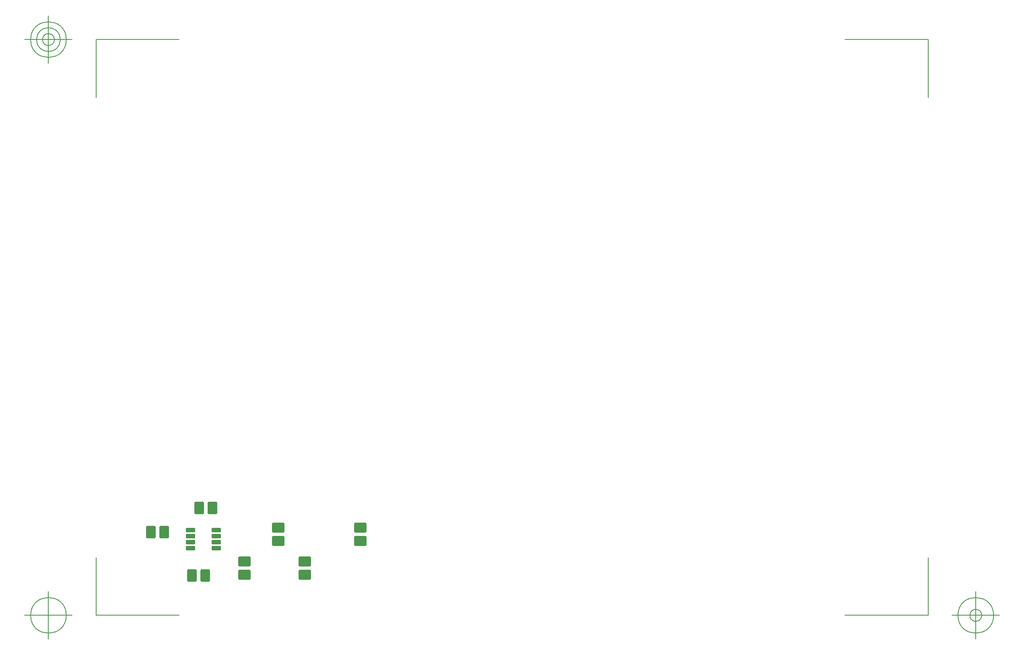
<source format=gbr>
G04 Generated by Ultiboard 14.0 *
%FSLAX25Y25*%
%MOIN*%

%ADD10C,0.00001*%
%ADD11C,0.00500*%
%ADD12R,0.06300X0.08300*%
%ADD13C,0.01900*%
%ADD14R,0.06102X0.02362*%
%ADD15C,0.01200*%
%ADD16R,0.08300X0.06300*%


G04 ColorRGB 006666 for the following layer *
%LNPaste Mask Top*%
%LPD*%
G54D10*
G54D11*
X-1000Y-1000D02*
X-1000Y46700D01*
X-1000Y-1000D02*
X67950Y-1000D01*
X688500Y-1000D02*
X619550Y-1000D01*
X688500Y-1000D02*
X688500Y46700D01*
X688500Y476000D02*
X688500Y428300D01*
X688500Y476000D02*
X619550Y476000D01*
X-1000Y476000D02*
X67950Y476000D01*
X-1000Y476000D02*
X-1000Y428300D01*
X-20685Y-1000D02*
X-60055Y-1000D01*
X-40370Y-20685D02*
X-40370Y18685D01*
X-55134Y-1000D02*
G75*
D01*
G02X-55134Y-1000I14764J0*
G01*
X708185Y-1000D02*
X747555Y-1000D01*
X727870Y-20685D02*
X727870Y18685D01*
X713106Y-1000D02*
G75*
D01*
G02X713106Y-1000I14764J0*
G01*
X722949Y-1000D02*
G75*
D01*
G02X722949Y-1000I4921J0*
G01*
X-20685Y476000D02*
X-60055Y476000D01*
X-40370Y456315D02*
X-40370Y495685D01*
X-55134Y476000D02*
G75*
D01*
G02X-55134Y476000I14764J0*
G01*
X-50213Y476000D02*
G75*
D01*
G02X-50213Y476000I9843J0*
G01*
X-45291Y476000D02*
G75*
D01*
G02X-45291Y476000I4921J0*
G01*
G54D12*
X55500Y68000D03*
X44500Y68000D03*
X78500Y32000D03*
X89500Y32000D03*
X84500Y88000D03*
X95500Y88000D03*
G54D13*
X52350Y63850D02*
X58650Y63850D01*
X58650Y72150D01*
X52350Y72150D01*
X52350Y63850D01*D02*
X41350Y63850D02*
X47650Y63850D01*
X47650Y72150D01*
X41350Y72150D01*
X41350Y63850D01*D02*
X75350Y27850D02*
X81650Y27850D01*
X81650Y36150D01*
X75350Y36150D01*
X75350Y27850D01*D02*
X86350Y27850D02*
X92650Y27850D01*
X92650Y36150D01*
X86350Y36150D01*
X86350Y27850D01*D02*
X81350Y83850D02*
X87650Y83850D01*
X87650Y92150D01*
X81350Y92150D01*
X81350Y83850D01*D02*
X92350Y83850D02*
X98650Y83850D01*
X98650Y92150D01*
X92350Y92150D01*
X92350Y83850D01*D02*
X167850Y40350D02*
X176150Y40350D01*
X176150Y46650D01*
X167850Y46650D01*
X167850Y40350D01*D02*
X167850Y29350D02*
X176150Y29350D01*
X176150Y35650D01*
X167850Y35650D01*
X167850Y29350D01*D02*
X145850Y68350D02*
X154150Y68350D01*
X154150Y74650D01*
X145850Y74650D01*
X145850Y68350D01*D02*
X145850Y57350D02*
X154150Y57350D01*
X154150Y63650D01*
X145850Y63650D01*
X145850Y57350D01*D02*
X117850Y29350D02*
X126150Y29350D01*
X126150Y35650D01*
X117850Y35650D01*
X117850Y29350D01*D02*
X117850Y40350D02*
X126150Y40350D01*
X126150Y46650D01*
X117850Y46650D01*
X117850Y40350D01*D02*
X213850Y68350D02*
X222150Y68350D01*
X222150Y74650D01*
X213850Y74650D01*
X213850Y68350D01*D02*
X213850Y57350D02*
X222150Y57350D01*
X222150Y63650D01*
X213850Y63650D01*
X213850Y57350D01*D02*
G54D14*
X77370Y54500D03*
X77370Y59500D03*
X77370Y69500D03*
X77370Y64500D03*
X98630Y54500D03*
X98630Y59500D03*
X98630Y69500D03*
X98630Y64500D03*
G54D15*
X74319Y53319D02*
X80421Y53319D01*
X80421Y55681D01*
X74319Y55681D01*
X74319Y53319D01*D02*
X74319Y58319D02*
X80421Y58319D01*
X80421Y60681D01*
X74319Y60681D01*
X74319Y58319D01*D02*
X74319Y68319D02*
X80421Y68319D01*
X80421Y70681D01*
X74319Y70681D01*
X74319Y68319D01*D02*
X74319Y63319D02*
X80421Y63319D01*
X80421Y65681D01*
X74319Y65681D01*
X74319Y63319D01*D02*
X95579Y53319D02*
X101681Y53319D01*
X101681Y55681D01*
X95579Y55681D01*
X95579Y53319D01*D02*
X95579Y58319D02*
X101681Y58319D01*
X101681Y60681D01*
X95579Y60681D01*
X95579Y58319D01*D02*
X95579Y68319D02*
X101681Y68319D01*
X101681Y70681D01*
X95579Y70681D01*
X95579Y68319D01*D02*
X95579Y63319D02*
X101681Y63319D01*
X101681Y65681D01*
X95579Y65681D01*
X95579Y63319D01*D02*
G54D16*
X172000Y43500D03*
X172000Y32500D03*
X150000Y71500D03*
X150000Y60500D03*
X122000Y32500D03*
X122000Y43500D03*
X218000Y71500D03*
X218000Y60500D03*

M02*

</source>
